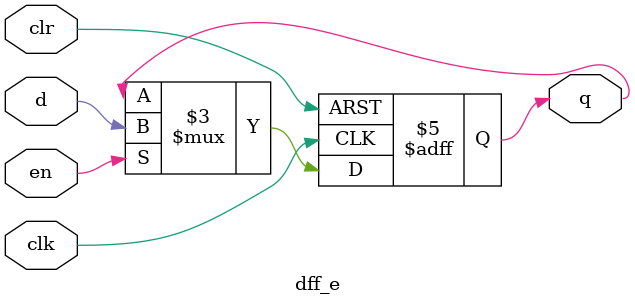
<source format=v>
module dff_e(q, d, clk, en, clr);
   
   input d, clk, en, clr;
	output q;
   
   //Internal wire
   wire clr;

   //Register
   reg q;

   //Intialize q to 0
   initial
   begin
       q = 1'b0;
   end

   //Set value of q on positive edge of the clock or clear
   always @(posedge clk or posedge clr) begin
       //If clear is high, set q to 0
       if (clr) begin
           q <= 1'b0;
       //If enable is high, set q to the value of d
       end else if (en) begin
           q <= d;
       end
   end
endmodule
</source>
